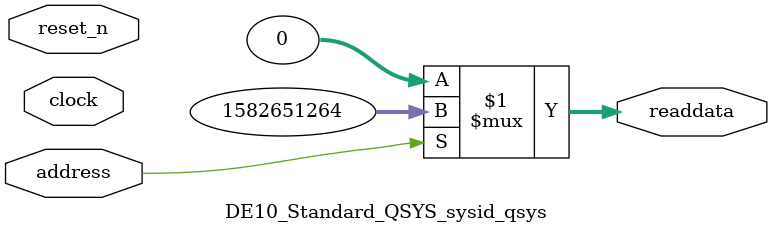
<source format=v>



// synthesis translate_off
`timescale 1ns / 1ps
// synthesis translate_on

// turn off superfluous verilog processor warnings 
// altera message_level Level1 
// altera message_off 10034 10035 10036 10037 10230 10240 10030 

module DE10_Standard_QSYS_sysid_qsys (
               // inputs:
                address,
                clock,
                reset_n,

               // outputs:
                readdata
             )
;

  output  [ 31: 0] readdata;
  input            address;
  input            clock;
  input            reset_n;

  wire    [ 31: 0] readdata;
  //control_slave, which is an e_avalon_slave
  assign readdata = address ? 1582651264 : 0;

endmodule



</source>
